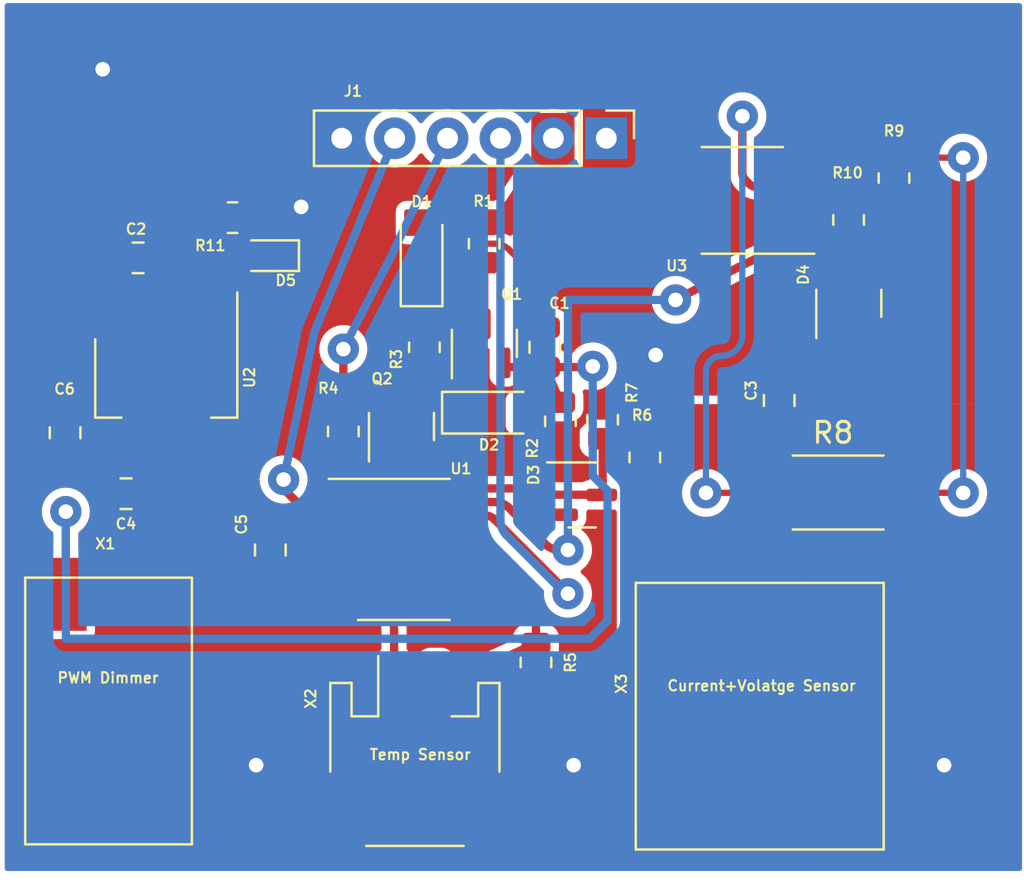
<source format=kicad_pcb>
(kicad_pcb (version 20211014) (generator pcbnew)
  (layers (0 "F.Cu" signal) (31 "B.Cu" signal) (34 "B.Paste" user) (35 "F.Paste" user) (36 "B.SilkS" user "B.Silkscreen") (37 "F.SilkS" user "F.Silkscreen") (38 "B.Mask" user) (39 "F.Mask" user) (44 "Edge.Cuts" user))
  (net 0 "")
  (net 1 "Net-(C1-Pad1)")
  (net 2 "Net-(C1-Pad2)")
  (net 3 "12V")
  (net 4 "R_SENSE")
  (net 5 "5V")
  (net 6 "Net-(C5-Pad2)")
  (net 7 "10V")
  (net 8 "Net-(D2-Pad1)")
  (net 10 "C_SENSOR")
  (net 11 "PMW_OUT")
  (net 12 "RESET")
  (net 13 "SWIM")
  (net 14 "Net-(Q1-Pad3)")
  (net 15 "TEMP_SENSOR")
  (net 16 "LED+")
  (net 17 "V_SENSOR")
  (net 18 "Net-(R10-Pad1)")
  (net 31 "Net-(D5-Pad2)")
  (net 32 "LED-")
  (net 33 "/+")
  (net 34 "/-")
  (footprint "Package_TO_SOT_SMD:SOT-23" (layer "F.Cu") (at 145.44 93.71)
    (fp_text reference "D3" (at -2.33 -0.96 90) (layer "F.SilkS") (effects (font (size 0.5 0.5) (thickness 0.1))))
    (fp_text value "BZX84Cxx")
    (fp_line (start 0 1.56) (end 0.65 1.56) (layer "F.SilkS") (width 0.12))
    (fp_line (start 0 -1.56) (end 0.65 -1.56) (layer "F.SilkS") (width 0.12))
    (fp_line (start 0 1.56) (end -0.65 1.56) (layer "F.SilkS") (width 0.12))
    (fp_line (start 0 -1.56) (end -1.675 -1.56) (layer "F.SilkS") (width 0.12))
    (pad "1" smd roundrect (at -0.9375 -0.95) (size 1.475 0.6) (layers "F.Cu" "F.Paste" "F.Mask") (net 32 "LED-"))
    (pad "2" smd roundrect (at -0.9375 0.95) (size 1.475 0.6) (layers "F.Cu" "F.Paste" "F.Mask"))
    (pad "3" smd roundrect (at 0.9375 0) (size 1.475 0.6) (layers "F.Cu" "F.Paste" "F.Mask") (net 17 "V_SENSOR"))
  )
  (footprint "Resistor_SMD:R_0805_2012Metric" (layer "F.Cu") (at 143.225 101.75 -90)
    (fp_text reference "R5" (at 0 -1.65 -90) (layer "F.SilkS") (effects (font (size 0.5 0.5) (thickness 0.1))))
    (fp_text value "22k")
    (fp_line (start -0.227064 0.735) (end 0.227064 0.735) (layer "F.SilkS") (width 0.12))
    (fp_line (start -0.227064 -0.735) (end 0.227064 -0.735) (layer "F.SilkS") (width 0.12))
    (pad "1" smd roundrect (at -0.9125 0 270) (size 1.025 1.4) (layers "F.Cu" "F.Paste" "F.Mask") (roundrect_rratio 0.243902) (net 15 "TEMP_SENSOR"))
    (pad "2" smd roundrect (at 0.9125 0 270) (size 1.025 1.4) (layers "F.Cu" "F.Paste" "F.Mask") (roundrect_rratio 0.243902) (net 32 "LED-"))
  )
  (footprint "Connector_JST:JST_PH_S2B-PH-SM4-TB_1x02-1MP_P2.00mm_Horizontal" (layer "F.Cu") (at 137.414 106.045)
    (fp_text reference "X2" (at -5.001 -2.564 90) (layer "F.SilkS") (effects (font (size 0.5 0.5) (thickness 0.1))))
    (fp_text value "PH2.0_horizontal")
    (fp_line (start -2.34 4.51) (end 2.34 4.51) (layer "F.SilkS") (width 0.12))
    (fp_line (start -3.04 -1.71) (end -1.76 -1.71) (layer "F.SilkS") (width 0.12))
    (fp_line (start 4.06 -3.31) (end 3.04 -3.31) (layer "F.SilkS") (width 0.12))
    (fp_line (start -4.06 0.94) (end -4.06 -3.31) (layer "F.SilkS") (width 0.12))
    (fp_line (start -4.06 -3.31) (end -3.04 -3.31) (layer "F.SilkS") (width 0.12))
    (fp_line (start -3.04 -3.31) (end -3.04 -1.71) (layer "F.SilkS") (width 0.12))
    (fp_line (start 4.06 0.94) (end 4.06 -3.31) (layer "F.SilkS") (width 0.12))
    (fp_line (start -1.76 -1.71) (end -1.76 -4.6) (layer "F.SilkS") (width 0.12))
    (fp_line (start 3.04 -1.71) (end 1.76 -1.71) (layer "F.SilkS") (width 0.12))
    (fp_line (start 3.04 -3.31) (end 3.04 -1.71) (layer "F.SilkS") (width 0.12))
    (pad "1" smd roundrect (at -1 -2.85) (size 1 3.5) (layers "F.Cu" "F.Paste" "F.Mask") (net 5 "5V"))
    (pad "2" smd roundrect (at 1 -2.85) (size 1 3.5) (layers "F.Cu" "F.Paste" "F.Mask") (net 15 "TEMP_SENSOR"))
    (pad "MP" smd roundrect (at -3.35 2.9) (size 1.5 3.4) (layers "F.Cu" "F.Paste" "F.Mask") (roundrect_rratio 0.166667))
    (pad "MP" smd roundrect (at 3.35 2.9) (size 1.5 3.4) (layers "F.Cu" "F.Paste" "F.Mask") (roundrect_rratio 0.166667))
  )
  (footprint "Resistor_SMD:R_0805_2012Metric" (layer "F.Cu") (at 133.98 90.665 90)
    (fp_text reference "R4" (at 2.075 -0.72) (layer "F.SilkS") (effects (font (size 0.5 0.5) (thickness 0.1))))
    (fp_text value "1M")
    (fp_line (start -0.227064 -0.735) (end 0.227064 -0.735) (layer "F.SilkS") (width 0.12))
    (fp_line (start -0.227064 0.735) (end 0.227064 0.735) (layer "F.SilkS") (width 0.12))
    (pad "1" smd roundrect (at -0.9125 0 90) (size 1.025 1.4) (layers "F.Cu" "F.Paste" "F.Mask") (roundrect_rratio 0.243902) (net 32 "LED-"))
    (pad "2" smd roundrect (at 0.9125 0 90) (size 1.025 1.4) (layers "F.Cu" "F.Paste" "F.Mask") (roundrect_rratio 0.243902) (net 11 "PMW_OUT"))
  )
  (footprint "Package_SO:TSSOP-20_4.4x6.5mm_P0.65mm" (layer "F.Cu") (at 136.881 96.324)
    (fp_text reference "U1" (at 2.744 -3.874) (layer "F.SilkS") (effects (font (size 0.5 0.5) (thickness 0.1))))
    (fp_text value "STM8S003F3P")
    (fp_line (start 0 3.385) (end -2.2 3.385) (layer "F.SilkS") (width 0.12))
    (fp_line (start 0 -3.385) (end 2.2 -3.385) (layer "F.SilkS") (width 0.12))
    (fp_line (start 0 -3.385) (end -3.6 -3.385) (layer "F.SilkS") (width 0.12))
    (fp_line (start 0 3.385) (end 2.2 3.385) (layer "F.SilkS") (width 0.12))
    (pad "1" smd roundrect (at -2.8625 -2.925) (size 1.475 0.4) (layers "F.Cu" "F.Paste" "F.Mask"))
    (pad "2" smd roundrect (at -2.8625 -2.275) (size 1.475 0.4) (layers "F.Cu" "F.Paste" "F.Mask"))
    (pad "3" smd roundrect (at -2.8625 -1.625) (size 1.475 0.4) (layers "F.Cu" "F.Paste" "F.Mask"))
    (pad "4" smd roundrect (at -2.8625 -0.975) (size 1.475 0.4) (layers "F.Cu" "F.Paste" "F.Mask") (net 12 "RESET"))
    (pad "5" smd roundrect (at -2.8625 -0.325) (size 1.475 0.4) (layers "F.Cu" "F.Paste" "F.Mask"))
    (pad "6" smd roundrect (at -2.8625 0.325) (size 1.475 0.4) (layers "F.Cu" "F.Paste" "F.Mask"))
    (pad "7" smd roundrect (at -2.8625 0.975) (size 1.475 0.4) (layers "F.Cu" "F.Paste" "F.Mask") (net 32 "LED-"))
    (pad "8" smd roundrect (at -2.8625 1.625) (size 1.475 0.4) (layers "F.Cu" "F.Paste" "F.Mask") (net 6 "Net-(C5-Pad2)"))
    (pad "9" smd roundrect (at -2.8625 2.275) (size 1.475 0.4) (layers "F.Cu" "F.Paste" "F.Mask") (net 5 "5V"))
    (pad "10" smd roundrect (at -2.8625 2.925) (size 1.475 0.4) (layers "F.Cu" "F.Paste" "F.Mask"))
    (pad "11" smd roundrect (at 2.8625 2.925) (size 1.475 0.4) (layers "F.Cu" "F.Paste" "F.Mask"))
    (pad "12" smd roundrect (at 2.8625 2.275) (size 1.475 0.4) (layers "F.Cu" "F.Paste" "F.Mask"))
    (pad "13" smd roundrect (at 2.8625 1.625) (size 1.475 0.4) (layers "F.Cu" "F.Paste" "F.Mask") (net 11 "PMW_OUT"))
    (pad "14" smd roundrect (at 2.8625 0.975) (size 1.475 0.4) (layers "F.Cu" "F.Paste" "F.Mask") (net 15 "TEMP_SENSOR"))
    (pad "15" smd roundrect (at 2.8625 0.325) (size 1.475 0.4) (layers "F.Cu" "F.Paste" "F.Mask"))
    (pad "16" smd roundrect (at 2.8625 -0.325) (size 1.475 0.4) (layers "F.Cu" "F.Paste" "F.Mask"))
    (pad "17" smd roundrect (at 2.8625 -0.975) (size 1.475 0.4) (layers "F.Cu" "F.Paste" "F.Mask"))
    (pad "18" smd roundrect (at 2.8625 -1.625) (size 1.475 0.4) (layers "F.Cu" "F.Paste" "F.Mask") (net 13 "SWIM"))
    (pad "19" smd roundrect (at 2.8625 -2.275) (size 1.475 0.4) (layers "F.Cu" "F.Paste" "F.Mask") (net 10 "C_SENSOR"))
    (pad "20" smd roundrect (at 2.8625 -2.925) (size 1.475 0.4) (layers "F.Cu" "F.Paste" "F.Mask") (net 17 "V_SENSOR"))
  )
  (footprint "Package_TO_SOT_SMD:SOT-223-3_TabPin2" (layer "F.Cu") (at 125.48 88.09 -90)
    (fp_text reference "U2" (at -0.015 -3.995 90) (layer "F.SilkS") (effects (font (size 0.5 0.5) (thickness 0.1))))
    (fp_text value "AMS1117-5.0")
    (fp_line (start 1.91 -3.41) (end 1.91 -2.15) (layer "F.SilkS") (width 0.12))
    (fp_line (start -4.1 -3.41) (end 1.91 -3.41) (layer "F.SilkS") (width 0.12))
    (fp_line (start -1.85 3.41) (end 1.91 3.41) (layer "F.SilkS") (width 0.12))
    (fp_line (start 1.91 3.41) (end 1.91 2.15) (layer "F.SilkS") (width 0.12))
    (pad "1" smd rect (at -3.15 -2.3 270) (size 2 1.5) (layers "F.Cu" "F.Paste" "F.Mask") (net 32 "LED-"))
    (pad "2" smd rect (at 3.15 0 270) (size 2 3.8) (layers "F.Cu" "F.Paste" "F.Mask") (net 5 "5V"))
    (pad "2" smd rect (at -3.15 0 270) (size 2 1.5) (layers "F.Cu" "F.Paste" "F.Mask") (net 5 "5V"))
    (pad "3" smd rect (at -3.15 2.3 270) (size 2 1.5) (layers "F.Cu" "F.Paste" "F.Mask") (net 3 "12V"))
  )
  (footprint "Capacitor_SMD:C_0805_2012Metric" (layer "F.Cu") (at 130.475 96.35 -90)
    (fp_text reference "C5" (at -1.23 1.39 90) (layer "F.SilkS") (effects (font (size 0.5 0.5) (thickness 0.1))))
    (fp_text value "C")
    (fp_line (start -0.261252 -0.735) (end 0.261252 -0.735) (layer "F.SilkS") (width 0.12))
    (fp_line (start -0.261252 0.735) (end 0.261252 0.735) (layer "F.SilkS") (width 0.12))
    (pad "1" smd roundrect (at -0.95 0 270) (size 1 1.45) (layers "F.Cu" "F.Paste" "F.Mask") (net 32 "LED-"))
    (pad "2" smd roundrect (at 0.95 0 270) (size 1 1.45) (layers "F.Cu" "F.Paste" "F.Mask") (net 6 "Net-(C5-Pad2)"))
  )
  (footprint "Capacitor_SMD:C_0805_2012Metric" (layer "F.Cu") (at 124.13 82.33)
    (fp_text reference "C2" (at -0.1 -1.38) (layer "F.SilkS") (effects (font (size 0.5 0.5) (thickness 0.1))))
    (fp_text value "10uF")
    (fp_line (start -0.261252 0.735) (end 0.261252 0.735) (layer "F.SilkS") (width 0.12))
    (fp_line (start -0.261252 -0.735) (end 0.261252 -0.735) (layer "F.SilkS") (width 0.12))
    (pad "1" smd roundrect (at -0.95 0) (size 1 1.45) (layers "F.Cu" "F.Paste" "F.Mask") (net 3 "12V"))
    (pad "2" smd roundrect (at 0.95 0) (size 1 1.45) (layers "F.Cu" "F.Paste" "F.Mask") (net 32 "LED-"))
  )
  (footprint "Capacitor_SMD:C_0805_2012Metric" (layer "F.Cu") (at 120.625 90.725 90)
    (fp_text reference "C6" (at 2.1 -0.025 180) (layer "F.SilkS") (effects (font (size 0.5 0.5) (thickness 0.1))))
    (fp_text value "10uF")
    (fp_line (start -0.261252 -0.735) (end 0.261252 -0.735) (layer "F.SilkS") (width 0.12))
    (fp_line (start -0.261252 0.735) (end 0.261252 0.735) (layer "F.SilkS") (width 0.12))
    (pad "1" smd roundrect (at -0.95 0 90) (size 1 1.45) (layers "F.Cu" "F.Paste" "F.Mask") (net 5 "5V"))
    (pad "2" smd roundrect (at 0.95 0 90) (size 1 1.45) (layers "F.Cu" "F.Paste" "F.Mask") (net 32 "LED-"))
  )
  (footprint "Resistor_SMD:R_0805_2012Metric" (layer "F.Cu") (at 144.4 90.175 -90)
    (fp_text reference "R2" (at 1.295 1.35 90) (layer "F.SilkS") (effects (font (size 0.5 0.5) (thickness 0.1))))
    (fp_text value "1M")
    (fp_line (start -0.227064 0.735) (end 0.227064 0.735) (layer "F.SilkS") (width 0.12))
    (fp_line (start -0.227064 -0.735) (end 0.227064 -0.735) (layer "F.SilkS") (width 0.12))
    (pad "1" smd roundrect (at -0.9125 0 270) (size 1.025 1.4) (layers "F.Cu" "F.Paste" "F.Mask") (roundrect_rratio 0.243902) (net 2 "Net-(C1-Pad2)"))
    (pad "2" smd roundrect (at 0.9125 0 270) (size 1.025 1.4) (layers "F.Cu" "F.Paste" "F.Mask") (roundrect_rratio 0.243902) (net 32 "LED-"))
  )
  (footprint "Resistor_SMD:R_0805_2012Metric" (layer "F.Cu") (at 128.6625 80.4)
    (fp_text reference "R11" (at -1.07 1.34) (layer "F.SilkS") (effects (font (size 0.5 0.5) (thickness 0.1))))
    (fp_text value "1k")
    (fp_line (start -0.227064 -0.735) (end 0.227064 -0.735) (layer "F.SilkS") (width 0.12))
    (fp_line (start -0.227064 0.735) (end 0.227064 0.735) (layer "F.SilkS") (width 0.12))
    (pad "1" smd roundrect (at -0.9125 0) (size 1.025 1.4) (layers "F.Cu" "F.Paste" "F.Mask") (roundrect_rratio 0.243902) (net 5 "5V"))
    (pad "2" smd roundrect (at 0.9125 0) (size 1.025 1.4) (layers "F.Cu" "F.Paste" "F.Mask") (roundrect_rratio 0.243902) (net 31 "Net-(D5-Pad2)"))
  )
  (footprint "Capacitor_SMD:C_0805_2012Metric" (layer "F.Cu") (at 143.65 86.625 -90)
    (fp_text reference "C1" (at -2.115 -0.7 180) (layer "F.SilkS") (effects (font (size 0.5 0.5) (thickness 0.1))))
    (fp_text value "10uF")
    (fp_line (start -0.261252 0.735) (end 0.261252 0.735) (layer "F.SilkS") (width 0.12))
    (fp_line (start -0.261252 -0.735) (end 0.261252 -0.735) (layer "F.SilkS") (width 0.12))
    (pad "1" smd roundrect (at -0.95 0 270) (size 1 1.45) (layers "F.Cu" "F.Paste" "F.Mask") (net 1 "Net-(C1-Pad1)"))
    (pad "2" smd roundrect (at 0.95 0 270) (size 1 1.45) (layers "F.Cu" "F.Paste" "F.Mask") (net 2 "Net-(C1-Pad2)"))
  )
  (footprint "Custom_footprint_lib:SMD2063" (layer "F.Cu") (at 154.0256 102.7684 90)
    (fp_text reference "X3" (at 0 -6.7056 90) (layer "F.SilkS") (effects (font (size 0.5 0.5) (thickness 0.1))))
    (fp_text value "SMD2063")
    (fp_line (start -7.96 5.89) (end -7.76 5.89) (layer "F.SilkS") (width 0.12))
    (fp_line (start -7.06 -6.01) (end -7.96 -6.01) (layer "F.SilkS") (width 0.12))
    (fp_line (start 4.84 -6.01) (end -7.06 -6.01) (layer "F.SilkS") (width 0.12))
    (fp_line (start 4.84 1.99) (end 4.84 5.89) (layer "F.SilkS") (width 0.12))
    (fp_line (start -7.96 -6.01) (end -7.96 1.99) (layer "F.SilkS") (width 0.12))
    (fp_line (start 4.84 1.99) (end 4.84 -6.01) (layer "F.SilkS") (width 0.12))
    (fp_line (start 4.09 5.89) (end -7.81 5.89) (layer "F.SilkS") (width 0.12))
    (fp_line (start -7.96 1.99) (end -7.96 5.89) (layer "F.SilkS") (width 0.12))
    (fp_line (start 4.09 5.89) (end 4.84 5.89) (layer "F.SilkS") (width 0.12))
    (pad "" smd rect (at -5.21 -4.06 90) (size 6 2) (layers "F.Cu" "F.Paste" "F.Mask"))
    (pad "" smd rect (at -5.21 3.94 90) (size 6 2) (layers "F.Cu" "F.Paste" "F.Mask"))
    (pad "" smd rect (at -5.21 -0.06 90) (size 6 2) (layers "F.Cu" "F.Paste" "F.Mask"))
    (pad "1" smd rect (at 4.04 -4.06 90) (size 3.5 2) (layers "F.Cu" "F.Paste" "F.Mask") (net 16 "LED+"))
    (pad "2" smd rect (at 4.04 -0.06 90) (size 3.5 2) (layers "F.Cu" "F.Paste" "F.Mask") (net 4 "R_SENSE"))
    (pad "3" smd rect (at 4.04 3.94 90) (size 3.5 2) (layers "F.Cu" "F.Paste" "F.Mask") (net 32 "LED-"))
  )
  (footprint "Custom_footprint_lib:LEDSMD2062" (layer "F.Cu") (at 122.57 103.33 90)
    (fp_text reference "X1" (at 7.275 -0.013 180) (layer "F.SilkS") (effects (font (size 0.5 0.5) (thickness 0.1))))
    (fp_text value "SMD_2062")
    (fp_line (start -7.15 -3.86) (end -7.15 4.14) (layer "F.SilkS") (width 0.12))
    (fp_line (start -7.15 4.14) (end 5.65 4.14) (layer "F.SilkS") (width 0.12))
    (fp_line (start 5.65 -3.86) (end -6.25 -3.86) (layer "F.SilkS") (width 0.12))
    (fp_line (start -6.25 -3.86) (end -7.15 -3.86) (layer "F.SilkS") (width 0.12))
    (fp_line (start 5.65 4.14) (end 5.65 -3.86) (layer "F.SilkS") (width 0.12))
    (pad "" smd rect (at -4.4 -1.91 90) (size 6 2) (layers "F.Cu" "F.Paste" "F.Mask"))
    (pad "" smd rect (at -4.4 2.09 90) (size 6 2) (layers "F.Cu" "F.Paste" "F.Mask"))
    (pad "1" smd rect (at 4.85 -1.91 90) (size 3.5 2) (layers "F.Cu" "F.Paste" "F.Mask") (net 2 "Net-(C1-Pad2)"))
    (pad "2" smd rect (at 4.85 2.09 90) (size 3.5 2) (layers "F.Cu" "F.Paste" "F.Mask") (net 32 "LED-"))
  )
  (footprint "LED_SMD:LED_0603_1608Metric" (layer "F.Cu") (at 130.3625 82.225 180)
    (fp_text reference "D5" (at -0.85 -1.19) (layer "F.SilkS") (effects (font (size 0.5 0.5) (thickness 0.1))))
    (fp_text value "LED")
    (fp_line (start -1.485 -0.735) (end -1.485 0.735) (layer "F.SilkS") (width 0.12))
    (fp_line (start 0.8 -0.735) (end -1.485 -0.735) (layer "F.SilkS") (width 0.12))
    (fp_line (start -1.485 0.735) (end 0.8 0.735) (layer "F.SilkS") (width 0.12))
    (pad "1" smd roundrect (at -0.7875 0 180) (size 0.875 0.95) (layers "F.Cu" "F.Paste" "F.Mask") (net 32 "LED-"))
    (pad "2" smd roundrect (at 0.7875 0 180) (size 0.875 0.95) (layers "F.Cu" "F.Paste" "F.Mask") (net 31 "Net-(D5-Pad2)"))
  )
  (footprint "Resistor_SMD:R_0805_2012Metric_Pad1.20x1.40mm_HandSolder" (layer "F.Cu") (at 158.23 80.51 -90)
    (fp_text reference "R10" (at -2.26 0.05) (layer "F.SilkS") (effects (font (size 0.5 0.5) (thickness 0.1))))
    (fp_text value "329.3K")
    (fp_line (start -0.227064 0.735) (end 0.227064 0.735) (layer "F.SilkS") (width 0.12))
    (fp_line (start -0.227064 -0.735) (end 0.227064 -0.735) (layer "F.SilkS") (width 0.12))
    (pad "1" smd roundrect (at -1 0 270) (size 1.2 1.4) (layers "F.Cu" "F.Paste" "F.Mask") (roundrect_rratio 0.208333) (net 18 "Net-(R10-Pad1)"))
    (pad "2" smd roundrect (at 1 0 270) (size 1.2 1.4) (layers "F.Cu" "F.Paste" "F.Mask") (roundrect_rratio 0.208333) (net 10 "C_SENSOR"))
  )
  (footprint "Resistor_SMD:R_0805_2012Metric" (layer "F.Cu") (at 146.425 90.1 90)
    (fp_text reference "R7" (at 1.29 1.405 90) (layer "F.SilkS") (effects (font (size 0.5 0.5) (thickness 0.1))))
    (fp_text value "10k")
    (fp_line (start -0.227064 0.735) (end 0.227064 0.735) (layer "F.SilkS") (width 0.12))
    (fp_line (start -0.227064 -0.735) (end 0.227064 -0.735) (layer "F.SilkS") (width 0.12))
    (pad "1" smd roundrect (at -0.9125 0 90) (size 1.025 1.4) (layers "F.Cu" "F.Paste" "F.Mask") (roundrect_rratio 0.243902) (net 17 "V_SENSOR"))
    (pad "2" smd roundrect (at 0.9125 0 90) (size 1.025 1.4) (layers "F.Cu" "F.Paste" "F.Mask") (roundrect_rratio 0.243902) (net 32 "LED-"))
  )
  (footprint "Diode_SMD:D_SOD-123" (layer "F.Cu") (at 140.97 89.7636)
    (fp_text reference "D2" (at 0 1.545) (layer "F.SilkS") (effects (font (size 0.5 0.5) (thickness 0.1))))
    (fp_text value "1N4148W")
    (fp_line (start -2.25 -1) (end -2.25 1) (layer "F.SilkS") (width 0.12))
    (fp_line (start -2.25 -1) (end 1.65 -1) (layer "F.SilkS") (width 0.12))
    (fp_line (start -2.25 1) (end 1.65 1) (layer "F.SilkS") (width 0.12))
    (pad "1" smd rect (at -1.65 0) (size 0.9 1.2) (layers "F.Cu" "F.Paste" "F.Mask") (net 8 "Net-(D2-Pad1)"))
    (pad "2" smd rect (at 1.65 0) (size 0.9 1.2) (layers "F.Cu" "F.Paste" "F.Mask") (net 2 "Net-(C1-Pad2)"))
  )
  (footprint "Resistor_SMD:R_0805_2012Metric" (layer "F.Cu") (at 140.74 81.65 -90)
    (fp_text reference "R1" (at -2.04 0.03 180) (layer "F.SilkS") (effects (font (size 0.5 0.5) (thickness 0.1))))
    (fp_text value "470")
    (fp_line (start -0.227064 0.735) (end 0.227064 0.735) (layer "F.SilkS") (width 0.12))
    (fp_line (start -0.227064 -0.735) (end 0.227064 -0.735) (layer "F.SilkS") (width 0.12))
    (pad "1" smd roundrect (at -0.9125 0 270) (size 1.025 1.4) (layers "F.Cu" "F.Paste" "F.Mask") (roundrect_rratio 0.243902) (net 7 "10V"))
    (pad "2" smd roundrect (at 0.9125 0 270) (size 1.025 1.4) (layers "F.Cu" "F.Paste" "F.Mask") (roundrect_rratio 0.243902) (net 14 "Net-(Q1-Pad3)"))
  )
  (footprint "Resistor_SMD:R_0805_2012Metric_Pad1.20x1.40mm_HandSolder" (layer "F.Cu") (at 160.41 78.5 90)
    (fp_text reference "R9" (at 2.26 0 180) (layer "F.SilkS") (effects (font (size 0.5 0.5) (thickness 0.1))))
    (fp_text value "1.977K")
    (fp_line (start -0.227064 -0.735) (end 0.227064 -0.735) (layer "F.SilkS") (width 0.12))
    (fp_line (start -0.227064 0.735) (end 0.227064 0.735) (layer "F.SilkS") (width 0.12))
    (pad "1" smd roundrect (at -1 0 90) (size 1.2 1.4) (layers "F.Cu" "F.Paste" "F.Mask") (roundrect_rratio 0.208333) (net 18 "Net-(R10-Pad1)"))
    (pad "2" smd roundrect (at 1 0 90) (size 1.2 1.4) (layers "F.Cu" "F.Paste" "F.Mask") (roundrect_rratio 0.208333) (net 34 "/-"))
  )
  (footprint "Resistor_SMD:R_1210_RSENSEMetric" (layer "F.Cu") (at 157.48 93.62)
    (fp_text reference "R8" (at 0 -2.8956) (layer "F.SilkS"))
    (fp_text value "0.01")
    (fp_line (start -1.927064 -1.8) (end 2.427064 -1.8) (layer "F.SilkS") (width 0.12))
    (fp_line (start -1.927064 1.75) (end 2.427064 1.75) (layer "F.SilkS") (width 0.12))
    (pad "1" smd rect (at 2.57 -1.07) (size 3.4 1.2) (layers "F.Cu" "F.Paste" "F.Mask") (net 32 "LED-"))
    (pad "1" smd rect (at 2.57 1.04) (size 3.4 1.2) (layers "F.Cu" "F.Paste" "F.Mask") (net 32 "LED-"))
    (pad "2" smd rect (at -2.43 1.04) (size 3.4 1.2) (layers "F.Cu" "F.Paste" "F.Mask") (net 4 "R_SENSE"))
    (pad "2" smd rect (at -2.43 -1.07) (size 3.4 1.2) (layers "F.Cu" "F.Paste" "F.Mask") (net 4 "R_SENSE"))
    (pad "3" smd rect (at 2.57 -0.0132) (size 3.4 0.3) (layers "F.Cu" "F.Paste" "F.Mask") (net 34 "/-"))
    (pad "4" smd rect (at -2.43 -0.0132) (size 3.4 0.3) (layers "F.Cu" "F.Paste" "F.Mask") (net 33 "/+"))
  )
  (footprint "Package_TO_SOT_SMD:SOT-23" (layer "F.Cu") (at 140.75 86.435 90)
    (fp_text reference "Q1" (at 2.36 1.31) (layer "F.SilkS") (effects (font (size 0.5 0.5) (thickness 0.1))))
    (fp_text value "BSS138")
    (fp_line (start 0 1.56) (end 0.65 1.56) (layer "F.SilkS") (width 0.12))
    (fp_line (start 0 1.56) (end -0.65 1.56) (layer "F.SilkS") (width 0.12))
    (fp_line (start 0 -1.56) (end -1.675 -1.56) (layer "F.SilkS") (width 0.12))
    (fp_line (start 0 -1.56) (end 0.65 -1.56) (layer "F.SilkS") (width 0.12))
    (pad "1" smd roundrect (at -0.9375 -0.95 90) (size 1.475 0.6) (layers "F.Cu" "F.Paste" "F.Mask") (net 8 "Net-(D2-Pad1)"))
    (pad "2" smd roundrect (at -0.9375 0.95 90) (size 1.475 0.6) (layers "F.Cu" "F.Paste" "F.Mask") (net 2 "Net-(C1-Pad2)"))
    (pad "3" smd roundrect (at 0.9375 0 90) (size 1.475 0.6) (layers "F.Cu" "F.Paste" "F.Mask") (net 14 "Net-(Q1-Pad3)"))
  )
  (footprint "Package_SO:SOIC-8_3.9x4.9mm_P1.27mm" (layer "F.Cu") (at 153.1308 79.5716 180)
    (fp_text reference "U3" (at 3.15 -3.14) (layer "F.SilkS") (effects (font (size 0.5 0.5) (thickness 0.1))))
    (fp_text value "LM358")
    (fp_line (start 0 -2.56) (end 1.95 -2.56) (layer "F.SilkS") (width 0.12))
    (fp_line (start 0 2.56) (end -1.95 2.56) (layer "F.SilkS") (width 0.12))
    (fp_line (start 0 -2.56) (end -3.45 -2.56) (layer "F.SilkS") (width 0.12))
    (fp_line (start 0 2.56) (end 1.95 2.56) (layer "F.SilkS") (width 0.12))
    (pad "1" smd roundrect (at -2.475 -1.905 180) (size 1.95 0.6) (layers "F.Cu" "F.Paste" "F.Mask") (net 10 "C_SENSOR"))
    (pad "2" smd roundrect (at -2.475 -0.635 180) (size 1.95 0.6) (layers "F.Cu" "F.Paste" "F.Mask") (net 18 "Net-(R10-Pad1)"))
    (pad "3" smd roundrect (at -2.475 0.635 180) (size 1.95 0.6) (layers "F.Cu" "F.Paste" "F.Mask") (net 33 "/+"))
    (pad "4" smd roundrect (at -2.475 1.905 180) (size 1.95 0.6) (layers "F.Cu" "F.Paste" "F.Mask") (net 32 "LED-"))
    (pad "5" smd roundrect (at 2.475 1.905 180) (size 1.95 0.6) (layers "F.Cu" "F.Paste" "F.Mask"))
    (pad "6" smd roundrect (at 2.475 0.635 180) (size 1.95 0.6) (layers "F.Cu" "F.Paste" "F.Mask"))
    (pad "7" smd roundrect (at 2.475 -0.635 180) (size 1.95 0.6) (layers "F.Cu" "F.Paste" "F.Mask"))
    (pad "8" smd roundrect (at 2.475 -1.905 180) (size 1.95 0.6) (layers "F.Cu" "F.Paste" "F.Mask") (net 3 "12V"))
  )
  (footprint "Resistor_SMD:R_0805_2012Metric" (layer "F.Cu") (at 148.45 91.91 90)
    (fp_text reference "R6" (at 2.03 -0.13 180) (layer "F.SilkS") (effects (font (size 0.5 0.5) (thickness 0.1))))
    (fp_text value "150k")
    (fp_line (start -0.227064 -0.735) (end 0.227064 -0.735) (layer "F.SilkS") (width 0.12))
    (fp_line (start -0.227064 0.735) (end 0.227064 0.735) (layer "F.SilkS") (width 0.12))
    (pad "1" smd roundrect (at -0.9125 0 90) (size 1.025 1.4) (layers "F.Cu" "F.Paste" "F.Mask") (roundrect_rratio 0.243902) (net 16 "LED+"))
    (pad "2" smd roundrect (at 0.9125 0 90) (size 1.025 1.4) (layers "F.Cu" "F.Paste" "F.Mask") (roundrect_rratio 0.243902) (net 17 "V_SENSOR"))
  )
  (footprint "Connector_PinHeader_2.54mm:PinHeader_1x06_P2.54mm_Vertical" (layer "F.Cu") (at 146.6 76.59 -90)
    (fp_text reference "J1" (at -2.26 12.16) (layer "F.SilkS") (effects (font (size 0.5 0.5) (thickness 0.1))))
    (fp_text value "conn_male_6")
    (fp_line (start -1.33 14.03) (end 1.33 14.03) (layer "F.SilkS") (width 0.12))
    (fp_line (start -1.33 -1.33) (end 0 -1.33) (layer "F.SilkS") (width 0.12))
    (fp_line (start 1.33 1.27) (end 1.33 14.03) (layer "F.SilkS") (width 0.12))
    (fp_line (start -1.33 1.27) (end 1.33 1.27) (layer "F.SilkS") (width 0.12))
    (fp_line (start -1.33 0) (end -1.33 -1.33) (layer "F.SilkS") (width 0.12))
    (fp_line (start -1.33 1.27) (end -1.33 14.03) (layer "F.SilkS") (width 0.12))
    (pad "1" thru_hole rect (at 0 0 270) (size 2 2) (drill 1) (layers *.Cu *.Mask) (net 3 "12V"))
    (pad "2" thru_hole oval (at 0 2.54 270) (size 2 2) (drill 1) (layers *.Cu *.Mask) (net 7 "10V"))
    (pad "3" thru_hole oval (at 0 5.08 270) (size 2 2) (drill 1) (layers *.Cu *.Mask) (net 13 "SWIM"))
    (pad "4" thru_hole oval (at 0 7.62 270) (size 2 2) (drill 1) (layers *.Cu *.Mask) (net 11 "PMW_OUT"))
    (pad "5" thru_hole oval (at 0 10.16 270) (size 2 2) (drill 1) (layers *.Cu *.Mask) (net 12 "RESET"))
    (pad "6" thru_hole oval (at 0 12.7 270) (size 2 2) (drill 1) (layers *.Cu *.Mask) (net 32 "LED-"))
  )
  (footprint "Resistor_SMD:R_0805_2012Metric" (layer "F.Cu") (at 137.87 86.625 -90)
    (fp_text reference "R3" (at 0.575 1.345 -90) (layer "F.SilkS") (effects (font (size 0.5 0.5) (thickness 0.1))))
    (fp_text value "2k")
    (fp_line (start -0.227064 0.735) (end 0.227064 0.735) (layer "F.SilkS") (width 0.12))
    (fp_line (start -0.227064 -0.735) (end 0.227064 -0.735) (layer "F.SilkS") (width 0.12))
    (pad "1" smd roundrect (at -0.9125 0 270) (size 1.025 1.4) (layers "F.Cu" "F.Paste" "F.Mask") (roundrect_rratio 0.243902) (net 1 "Net-(C1-Pad1)"))
    (pad "2" smd roundrect (at 0.9125 0 270) (size 1.025 1.4) (layers "F.Cu" "F.Paste" "F.Mask") (roundrect_rratio 0.243902) (net 8 "Net-(D2-Pad1)"))
  )
  (footprint "Capacitor_SMD:C_0805_2012Metric" (layer "F.Cu") (at 123.55 93.65 180)
    (fp_text reference "C4" (at 0.005 -1.45) (layer "F.SilkS") (effects (font (size 0.5 0.5) (thickness 0.1))))
    (fp_text value "C")
    (fp_line (start -0.261252 0.735) (end 0.261252 0.735) (layer "F.SilkS") (width 0.12))
    (fp_line (start -0.261252 -0.735) (end 0.261252 -0.735) (layer "F.SilkS") (width 0.12))
    (pad "1" smd roundrect (at -0.95 0 180) (size 1 1.45) (layers "F.Cu" "F.Paste" "F.Mask") (net 5 "5V"))
    (pad "2" smd roundrect (at 0.95 0 180) (size 1 1.45) (layers "F.Cu" "F.Paste" "F.Mask") (net 32 "LED-"))
  )
  (footprint "Package_TO_SOT_SMD:SOT-23" (layer "F.Cu") (at 136.77 90.425 90)
    (fp_text reference "Q2" (at 2.29 -0.93) (layer "F.SilkS") (effects (font (size 0.5 0.5) (thickness 0.1))))
    (fp_text value "BSS138")
    (fp_line (start 0 -1.56) (end -1.675 -1.56) (layer "F.SilkS") (width 0.12))
    (fp_line (start 0 1.56) (end -0.65 1.56) (layer "F.SilkS") (width 0.12))
    (fp_line (start 0 1.56) (end 0.65 1.56) (layer "F.SilkS") (width 0.12))
    (fp_line (start 0 -1.56) (end 0.65 -1.56) (layer "F.SilkS") (width 0.12))
    (pad "1" smd roundrect (at -0.9375 -0.95 90) (size 1.475 0.6) (layers "F.Cu" "F.Paste" "F.Mask") (net 11 "PMW_OUT"))
    (pad "2" smd roundrect (at -0.9375 0.95 90) (size 1.475 0.6) (layers "F.Cu" "F.Paste" "F.Mask") (net 32 "LED-"))
    (pad "3" smd roundrect (at 0.9375 0 90) (size 1.475 0.6) (layers "F.Cu" "F.Paste" "F.Mask") (net 8 "Net-(D2-Pad1)"))
  )
  (footprint "Diode_SMD:D_SOD-123" (layer "F.Cu") (at 137.735 82.4 90)
    (fp_text reference "D1" (at 2.77 0) (layer "F.SilkS") (effects (font (size 0.5 0.5) (thickness 0.1))))
    (fp_text value "1N4148W")
    (fp_line (start -2.25 -1) (end 1.65 -1) (layer "F.SilkS") (width 0.12))
    (fp_line (start -2.25 1) (end 1.65 1) (layer "F.SilkS") (width 0.12))
    (fp_line (start -2.25 -1) (end -2.25 1) (layer "F.SilkS") (width 0.12))
    (pad "1" smd rect (at -1.65 0 90) (size 0.9 1.2) (layers "F.Cu" "F.Paste" "F.Mask") (net 1 "Net-(C1-Pad1)"))
    (pad "2" smd rect (at 1.65 0 90) (size 0.9 1.2) (layers "F.Cu" "F.Paste" "F.Mask") (net 7 "10V"))
  )
  (footprint "Package_TO_SOT_SMD:SOT-23" (layer "F.Cu") (at 158.24 84.51 90)
    (fp_text reference "D4" (at 1.3716 -2.1844 90) (layer "F.SilkS") (effects (font (size 0.5 0.5) (thickness 0.1))))
    (fp_text value "BZX84Cxx")
    (fp_line (start 0 1.56) (end 0.65 1.56) (layer "F.SilkS") (width 0.12))
    (fp_line (start 0 -1.56) (end 0.65 -1.56) (layer "F.SilkS") (width 0.12))
    (fp_line (start 0 1.56) (end -0.65 1.56) (layer "F.SilkS") (width 0.12))
    (fp_line (start 0 -1.56) (end -1.675 -1.56) (layer "F.SilkS") (width 0.12))
    (pad "1" smd roundrect (at -0.9375 -0.95 90) (size 1.475 0.6) (layers "F.Cu" "F.Paste" "F.Mask") (net 32 "LED-"))
    (pad "2" smd roundrect (at -0.9375 0.95 90) (size 1.475 0.6) (layers "F.Cu" "F.Paste" "F.Mask"))
    (pad "3" smd roundrect (at 0.9375 0 90) (size 1.475 0.6) (layers "F.Cu" "F.Paste" "F.Mask") (net 10 "C_SENSOR"))
  )
  (footprint "Capacitor_SMD:C_0805_2012Metric_Pad1.18x1.45mm_HandSolder" (layer "F.Cu") (at 154.9 89.175 90)
    (fp_text reference "C3" (at 0.475 -1.35 90) (layer "F.SilkS") (effects (font (size 0.5 0.5) (thickness 0.1))))
    (fp_text value "C")
    (fp_line (start -0.261252 0.735) (end 0.261252 0.735) (layer "F.SilkS") (width 0.12))
    (fp_line (start -0.261252 -0.735) (end 0.261252 -0.735) (layer "F.SilkS") (width 0.12))
    (pad "1" smd roundrect (at -1.0375 0 90) (size 1.175 1.45) (layers "F.Cu" "F.Paste" "F.Mask") (roundrect_rratio 0.212766) (net 4 "R_SENSE"))
    (pad "2" smd roundrect (at 1.0375 0 90) (size 1.175 1.45) (layers "F.Cu" "F.Paste" "F.Mask") (roundrect_rratio 0.212766) (net 32 "LED-"))
  )
  (gr_text "PWM Dimmer" (at 122.682 102.489) (layer "F.SilkS") (effects (font (size 0.5 0.5) (thickness 0.1))))
  (gr_text "Temp Sensor" (at 137.668 106.172) (layer "F.SilkS") (effects (font (size 0.5 0.5) (thickness 0.1))))
  (gr_text "Current+Volatge Sensor" (at 154.051 102.87) (layer "F.SilkS") (effects (font (size 0.5 0.5) (thickness 0.1))))
  (segment (start 143.65 85.675) (end 143.65 84.064214) (width 0.3) (layer "F.Cu") (net 1))
  (segment (start 137.735 85.5775) (end 137.87 85.7125) (width 0.4) (layer "F.Cu") (net 1))
  (segment (start 137.735 83.614214) (end 137.735 84.05) (width 0.3) (layer "F.Cu") (net 1))
  (segment (start 143.357107 83.357107) (end 141.943373 81.943373) (width 0.3) (layer "F.Cu") (net 1))
  (segment (start 138.991627 81.943373) (end 138.027893 82.907107) (width 0.3) (layer "F.Cu") (net 1))
  (segment (start 141.236266 81.65048) (end 139.698734 81.65048) (width 0.3) (layer "F.Cu") (net 1))
  (segment (start 137.735 84.05) (end 137.735 85.5775) (width 0.4) (layer "F.Cu") (net 1))
  (arc (start 141.943373 81.943373) (mid 141.61895 81.7266) (end 141.236266 81.65048) (width 0.3) (layer "F.Cu") (net 1))
  (arc (start 143.65 84.064214) (mid 143.57388 83.681531) (end 143.357107 83.357107) (width 0.3) (layer "F.Cu") (net 1))
  (arc (start 138.991627 81.943373) (mid 139.31605 81.7266) (end 139.698734 81.65048) (width 0.3) (layer "F.Cu") (net 1))
  (arc (start 138.027893 82.907107) (mid 137.81112 83.23153) (end 137.735 83.614214) (width 0.3) (layer "F.Cu") (net 1))
  (segment (start 145.915 87.575) (end 145.95 87.54) (width 0.4) (layer "F.Cu") (net 2))
  (segment (start 143.4084 89.5096) (end 142.62 89.7636) (width 0.4) (layer "F.Cu") (net 2))
  (segment (start 143.65 87.575) (end 144 88.35) (width 0.4) (layer "F.Cu") (net 2))
  (segment (start 144 88.35) (end 144.4 89.2625) (width 0.4) (layer "F.Cu") (net 2))
  (segment (start 120.66 94.51) (end 120.66 98.48) (width 0.4) (layer "F.Cu") (net 2))
  (segment (start 141.72625 87.575) (end 143.47375 87.575) (width 0.4) (layer "F.Cu") (net 2))
  (segment (start 143.65 87.575) (end 145.915 87.575) (width 0.4) (layer "F.Cu") (net 2))
  (segment (start 144.4 89.2625) (end 143.4084 89.5096) (width 0.4) (layer "F.Cu") (net 2))
  (via (at 120.66 94.51) (size 1.5) (drill 0.7) (layers "F.Cu" "B.Cu") (net 2))
  (via (at 145.95 87.54) (size 1.5) (drill 0.7) (layers "F.Cu" "B.Cu") (net 2))
  (segment (start 145.8 100.61) (end 120.66 100.61) (width 0.4) (layer "B.Cu") (net 2))
  (segment (start 145.95 87.54) (end 145.95 92.79) (width 0.4) (layer "B.Cu") (net 2))
  (segment (start 120.66 100.61) (end 120.66 94.51) (width 0.4) (layer "B.Cu") (net 2))
  (segment (start 145.95 92.79) (end 146.66 93.5) (width 0.4) (layer "B.Cu") (net 2))
  (segment (start 146.66 99.75) (end 145.8 100.61) (width 0.4) (layer "B.Cu") (net 2))
  (segment (start 146.66 93.5) (end 146.66 99.75) (width 0.4) (layer "B.Cu") (net 2))
  (segment (start 128.475 98.599) (end 128.475 98.6) (width 0.4) (layer "F.Cu") (net 5))
  (segment (start 126.375 83.6) (end 126.45953 83.51547) (width 0.4) (layer "F.Cu") (net 5))
  (segment (start 134.0185 98.599) (end 134.82121 98.599) (width 0.4) (layer "F.Cu") (net 5))
  (segment (start 125.48 91.24) (end 122.175 91.55) (width 0.4) (layer "F.Cu") (net 5))
  (segment (start 125.794663 84.180338) (end 126.375 83.6) (width 0.4) (layer "F.Cu") (net 5))
  (segment (start 124.5 93.65) (end 125.48 91.24) (width 0.4) (layer "F.Cu") (net 5))
  (segment (start 136.414 100.19179) (end 136.414 103.195) (width 0.4) (layer "F.Cu") (net 5))
  (segment (start 122.175 91.55) (end 120.625 91.675) (width 0.4) (layer "F.Cu") (net 5))
  (segment (start 128.475 98.6) (end 127.225 95.775) (width 0.4) (layer "F.Cu") (net 5))
  (segment (start 134.0185 98.599) (end 128.475 98.599) (width 0.4) (layer "F.Cu") (net 5))
  (segment (start 127.225 95.775) (end 125.48 91.24) (width 0.4) (layer "F.Cu") (net 5))
  (arc (start 126.45953 83.51547) (mid 127.414618 82.08608) (end 127.75 80.4) (width 0.4) (layer "F.Cu") (net 5))
  (arc (start 125.48 84.94) (mid 125.561778 84.528874) (end 125.794663 84.180338) (width 0.4) (layer "F.Cu") (net 5))
  (arc (start 134.82121 98.599) (mid 135.947483 99.065517) (end 136.414 100.19179) (width 0.4) (layer "F.Cu") (net 5))
  (segment (start 131.124 97.949) (end 130.475 97.3) (width 0.4) (layer "F.Cu") (net 6))
  (segment (start 134.0185 97.949) (end 131.124 97.949) (width 0.4) (layer "F.Cu") (net 6))
  (segment (start 137.7475 80.7375) (end 137.735 80.75) (width 0.4) (layer "F.Cu") (net 7))
  (segment (start 140.74 80.7375) (end 137.7475 80.7375) (width 0.4) (layer "F.Cu") (net 7))
  (segment (start 139.635 87.5375) (end 139.8 87.3725) (width 0.4) (layer "F.Cu") (net 8))
  (segment (start 137.87 87.5375) (end 137.45 88.35) (width 0.4) (layer "F.Cu") (net 8))
  (segment (start 137.87 87.5375) (end 139.635 87.5375) (width 0.4) (layer "F.Cu") (net 8))
  (segment (start 137.45 88.35) (end 136.77 89.4875) (width 0.4) (layer "F.Cu") (net 8))
  (segment (start 139.8 87.3725) (end 139.32 89.7636) (width 0.4) (layer "F.Cu") (net 8))
  (segment (start 141.941893 94.341893) (end 143.657107 96.057107) (width 0.4) (layer "F.Cu") (net 10))
  (segment (start 152.95 82.775) (end 155.6058 81.4766) (width 0.4) (layer "F.Cu") (net 10))
  (segment (start 158.24 83.5725) (end 158.24 81.52) (width 0.4) (layer "F.Cu") (net 10))
  (segment (start 144.364214 96.35) (end 144.76 96.35) (width 0.4) (layer "F.Cu") (net 10))
  (segment (start 139.7435 94.049) (end 141.234786 94.049) (width 0.4) (layer "F.Cu") (net 10))
  (segment (start 155.6058 81.4766) (end 158.1966 81.4766) (width 0.4) (layer "F.Cu") (net 10))
  (segment (start 158.1966 81.4766) (end 158.23 81.51) (width 0.4) (layer "F.Cu") (net 10))
  (segment (start 149.925 84.35) (end 152.95 82.775) (width 0.4) (layer "F.Cu") (net 10))
  (segment (start 158.24 81.52) (end 158.23 81.51) (width 0.4) (layer "F.Cu") (net 10))
  (via (at 144.76 96.35) (size 1.5) (drill 0.7) (layers "F.Cu" "B.Cu") (net 10))
  (via (at 149.925 84.35) (size 1.5) (drill 0.7) (layers "F.Cu" "B.Cu") (net 10))
  (arc (start 144.364214 96.35) (mid 143.981531 96.27388) (end 143.657107 96.057107) (width 0.4) (layer "F.Cu") (net 10))
  (arc (start 141.941893 94.341893) (mid 141.61747 94.12512) (end 141.234786 94.049) (width 0.4) (layer "F.Cu") (net 10))
  (segment (start 144.76 84.35) (end 149.925 84.35) (width 0.4) (layer "B.Cu") (net 10))
  (segment (start 144.76 96.35) (end 144.76 84.35) (width 0.4) (layer "B.Cu") (net 10))
  (segment (start 133.98 89.7525) (end 133.98 86.71) (width 0.4) (layer "F.Cu") (net 11))
  (segment (start 135.82 91.3625) (end 138.5 97.95) (width 0.4) (layer "F.Cu") (net 11))
  (segment (start 134.21 89.7525) (end 135.82 91.3625) (width 0.4) (layer "F.Cu") (net 11))
  (segment (start 138.5 97.95) (end 138.948461 97.949002) (width 0.4) (layer "F.Cu") (net 11))
  (segment (start 138.950685 97.949) (end 139.7435 97.949) (width 0.4) (layer "F.Cu") (net 11))
  (segment (start 133.98 89.7525) (end 134.21 89.7525) (width 0.4) (layer "F.Cu") (net 11))
  (via (at 133.98 86.71) (size 1.5) (drill 0.7) (layers "F.Cu" "B.Cu") (net 11))
  (arc (start 138.948461 97.949002) (mid 138.949573 97.949) (end 138.950685 97.949) (width 0.4) (layer "F.Cu") (net 11))
  (segment (start 133.98 86.71) (end 136.18 82.44) (width 0.4) (layer "B.Cu") (net 11))
  (segment (start 136.18 82.44) (end 138.98 76.59) (width 0.4) (layer "B.Cu") (net 11))
  (segment (start 133.039 95.349) (end 131.11 93.42) (width 0.4) (layer "F.Cu") (net 12))
  (segment (start 134.0185 95.349) (end 133.039 95.349) (width 0.4) (layer "F.Cu") (net 12))
  (segment (start 131.11 93.42) (end 131.11 92.97) (width 0.4) (layer "F.Cu") (net 12))
  (via (at 131.11 92.97) (size 1.5) (drill 0.7) (layers "F.Cu" "B.Cu") (net 12))
  (segment (start 132.59 85.89) (end 136.44 76.59) (width 0.4) (layer "B.Cu") (net 12))
  (segment (start 131.11 92.97) (end 132.59 85.89) (width 0.4) (layer "B.Cu") (net 12))
  (segment (start 141.226776 94.876777) (end 141.275 94.925) (width 0.4) (layer "F.Cu") (net 13))
  (segment (start 141.275 94.925) (end 144.731716 98.381716) (width 0.4) (layer "F.Cu") (net 13))
  (segment (start 139.7435 94.699) (end 140.797586 94.699) (width 0.4) (layer "F.Cu") (net 13))
  (via (at 144.76 98.45) (size 1.5) (drill 0.7) (layers "F.Cu" "B.Cu") (net 13))
  (arc (start 140.8 94.7) (mid 141.03097 94.745943) (end 141.226776 94.876777) (width 0.4) (layer "F.Cu") (net 13))
  (arc (start 140.797586 94.699) (mid 140.798892 94.69926) (end 140.8 94.7) (width 0.4) (layer "F.Cu") (net 13))
  (arc (start 144.731716 98.381716) (mid 144.752649 98.413045) (end 144.76 98.45) (width 0.4) (layer "F.Cu") (net 13))
  (segment (start 141.52 94.935786) (end 141.52 76.59) (width 0.4) (layer "B.Cu") (net 13))
  (segment (start 144.62 98.45) (end 141.812893 95.642893) (width 0.4) (layer "B.Cu") (net 13))
  (segment (start 144.76 98.45) (end 144.62 98.45) (width 0.4) (layer "B.Cu") (net 13))
  (arc (start 141.52 94.935786) (mid 141.59612 95.318469) (end 141.812893 95.642893) (width 0.4) (layer "B.Cu") (net 13))
  (segment (start 140.74 82.5625) (end 140.74 85.4875) (width 0.4) (layer "F.Cu") (net 14))
  (segment (start 140.74 85.4875) (end 140.75 85.4975) (width 0.4) (layer "F.Cu") (net 14))
  (segment (start 143.225 100.8375) (end 140.716 101.981) (width 0.4) (layer "F.Cu") (net 15))
  (segment (start 140.716 101.981) (end 138.414 103.195) (width 0.4) (layer "F.Cu") (net 15))
  (segment (start 143.225 99.4) (end 143.225 100.8375) (width 0.4) (layer "F.Cu") (net 15))
  (segment (start 139.7435 97.299) (end 141.124 97.299) (width 0.4) (layer "F.Cu") (net 15))
  (arc (start 141.125 97.3) (mid 142.609924 97.915076) (end 143.225 99.4) (width 0.4) (layer "F.Cu") (net 15))
  (arc (start 141.124 97.299) (mid 141.124707 97.299293) (end 141.125 97.3) (width 0.4) (layer "F.Cu") (net 15))
  (segment (start 146.425 91.0125) (end 146.425 93.6625) (width 0.4) (layer "F.Cu") (net 17))
  (segment (start 146.353358 93.7) (end 143 93.7) (width 0.4) (layer "F.Cu") (net 17))
  (segment (start 142.273322 93.399) (end 139.7435 93.399) (width 0.4) (layer "F.Cu") (net 17))
  (segment (start 148.435 91.0125) (end 148.45 90.9975) (width 0.4) (layer "F.Cu") (net 17))
  (segment (start 146.425 91.0125) (end 148.435 91.0125) (width 0.4) (layer "F.Cu") (net 17))
  (segment (start 146.425 93.6625) (end 146.3775 93.71) (width 0.4) (layer "F.Cu") (net 17))
  (arc (start 146.3775 93.71) (mid 146.366424 93.702598) (end 146.353358 93.7) (width 0.4) (layer "F.Cu") (net 17))
  (arc (start 143 93.7) (mid 142.666598 93.477227) (end 142.273322 93.399) (width 0.4) (layer "F.Cu") (net 17))
  (segment (start 158.23 79.51) (end 160.4 79.51) (width 0.4) (layer "F.Cu") (net 18))
  (segment (start 160.4 79.51) (end 160.41 79.5) (width 0.4) (layer "F.Cu") (net 18))
  (segment (start 157.11 79.82) (end 158.23 79.51) (width 0.4) (layer "F.Cu") (net 18))
  (segment (start 155.6058 80.2066) (end 157.11 79.82) (width 0.4) (layer "F.Cu") (net 18))
  (segment (start 129.575 80.4) (end 129.575 82.225) (width 0.4) (layer "F.Cu") (net 31))
  (segment (start 144.4 91.0875) (end 144.4 92.6575) (width 0.4) (layer "F.Cu") (net 32))
  (segment (start 134.0185 97.299) (end 133.224573 97.299) (width 0.4) (layer "F.Cu") (net 32))
  (segment (start 144.4 91.0875) (end 144.525 91.0875) (width 0.4) (layer "F.Cu") (net 32))
  (segment (start 131.325573 95.4) (end 130.475 95.4) (width 0.4) (layer "F.Cu") (net 32))
  (segment (start 133.224573 97.299) (end 131.325573 95.4) (width 0.4) (layer "F.Cu") (net 32))
  (segment (start 144.525 91.0875) (end 146.425 89.1875) (width 0.4) (layer "F.Cu") (net 32))
  (segment (start 144.4 92.6575) (end 144.5025 92.76) (width 0.4) (layer "F.Cu") (net 32))
  (via (at 148.971 86.995) (size 0.8) (drill 0.7) (layers "F.Cu" "B.Cu") (net 32))
  (via (at 145.034 106.68) (size 0.8) (drill 0.7) (layers "F.Cu" "B.Cu") (net 32))
  (via (at 129.794 106.68) (size 0.8) (drill 0.7) (layers "F.Cu" "B.Cu") (net 32))
  (via (at 162.814 106.68) (size 0.8) (drill 0.7) (layers "F.Cu" "B.Cu") (net 32))
  (via (at 131.953 79.883) (size 0.8) (drill 0.7) (layers "F.Cu" "B.Cu") (net 32))
  (via (at 122.428 73.279) (size 0.8) (drill 0.7) (layers "F.Cu" "B.Cu") (net 32))
  (segment (start 153.13 78.237868) (end 153.13 75.53) (width 0.4) (layer "F.Cu") (net 33))
  (segment (start 155.6058 78.9366) (end 153.868208 78.9366) (width 0.4) (layer "F.Cu") (net 33))
  (segment (start 151.0068 93.6068) (end 151 93.6) (width 0.3) (layer "F.Cu") (net 33))
  (segment (start 153.450295 78.770294) (end 153.28 78.6) (width 0.4) (layer "F.Cu") (net 33))
  (segment (start 155.05 93.6068) (end 151.391725 93.6068) (width 0.3) (layer "F.Cu") (net 33))
  (via (at 153.13 75.53) (size 1.5) (drill 0.7) (layers "F.Cu" "B.Cu") (net 33))
  (via (at 151.384 93.61) (size 1.5) (drill 0.7) (layers "F.Cu" "B.Cu") (net 33))
  (arc (start 153.28 78.6) (mid 153.168983 78.433853) (end 153.13 78.237868) (width 0.4) (layer "F.Cu") (net 33))
  (arc (start 151.391725 93.6068) (mid 151.387545 93.607632) (end 151.384 93.61) (width 0.3) (layer "F.Cu") (net 33))
  (arc (start 153.86 78.94) (mid 153.638269 78.895895) (end 153.450295 78.770294) (width 0.4) (layer "F.Cu") (net 33))
  (arc (start 153.868208 78.9366) (mid 153.863766 78.937484) (end 153.86 78.94) (width 0.4) (layer "F.Cu") (net 33))
  (segment (start 151.384 93.61) (end 151.384 88.964) (width 0.3) (layer "B.Cu") (net 33))
  (segment (start 151.38 88.96) (end 151.38 87.79) (width 0.3) (layer "B.Cu") (net 33))
  (segment (start 153.13 86.04) (end 153.13 75.53) (width 0.3) (layer "B.Cu") (net 33))
  (arc (start 152.14 87.03) (mid 152.840036 86.740036) (end 153.13 86.04) (width 0.3) (layer "B.Cu") (net 33))
  (arc (start 151.38 87.79) (mid 151.602599 87.252599) (end 152.14 87.03) (width 0.3) (layer "B.Cu") (net 33))
  (arc (start 151.384 88.964) (mid 151.382828 88.961172) (end 151.38 88.96) (width 0.3) (layer "B.Cu") (net 33))
  (segment (start 160.05 93.6068) (end 163.722275 93.6068) (width 0.3) (layer "F.Cu") (net 34))
  (segment (start 160.41 77.6666) (end 160.41 77.5) (width 0.4) (layer "F.Cu") (net 34))
  (segment (start 160.458284 77.52) (end 163.73 77.52) (width 0.3) (layer "F.Cu") (net 34))
  (via (at 163.73 93.61) (size 1.5) (drill 0.7) (layers "F.Cu" "B.Cu") (net 34))
  (via (at 163.73 77.52) (size 1.5) (drill 0.7) (layers "F.Cu" "B.Cu") (net 34))
  (arc (start 163.722275 93.6068) (mid 163.726455 93.607632) (end 163.73 93.61) (width 0.3) (layer "F.Cu") (net 34))
  (arc (start 160.41 77.5) (mid 160.432153 77.514802) (end 160.458284 77.52) (width 0.3) (layer "F.Cu") (net 34))
  (segment (start 163.73 77.52) (end 163.73 93.61) (width 0.3) (layer "B.Cu") (net 34))
  (zone (net 3) (net_name "12V") (layer "F.Cu") (priority 1) (connect_pads yes (clearance 0.4)) (min_thickness 0.254) (fill yes (thermal_gap 0.508) (thermal_bridge_width 0.508))
    (polygon (pts (xy 148.325 78.05) (xy 145.475 78.05) (xy 145.475 74.1) (xy 131.775 74.075) (xy 124.175 79.85) (xy 124.175 86.175) (xy 122.2 86.175) (xy 122.2 79.175) (xy 131.025 72.45) (xy 148.325 72.45)))
  )
  (zone (net 3) (net_name "12V") (layer "F.Cu") (priority 1) (connect_pads yes (clearance 0.4)) (min_thickness 0.254) (fill yes (thermal_gap 0.508) (thermal_bridge_width 0.508))
    (polygon (pts (xy 148.325 79.925) (xy 148.95 80.975) (xy 151.85 80.975) (xy 151.85 81.975) (xy 145.475 81.975) (xy 145.475 75.875) (xy 148.325 75.875)))
  )
  (zone (net 7) (net_name "10V") (layer "F.Cu") (priority 2) (connect_pads yes (clearance 0.4)) (min_thickness 0.254) (fill yes (thermal_gap 0.508) (thermal_bridge_width 0.508))
    (polygon (pts (xy 145.075 77.825) (xy 142.05 81.275) (xy 136.9 81.275) (xy 136.9 80) (xy 141.5 80) (xy 143 77.75) (xy 143 75.375) (xy 145.075 75.375)))
  )
  (zone (net 16) (net_name "LED+") (layer "F.Cu") (priority 1) (connect_pads yes (clearance 0.4)) (min_thickness 0.254) (fill yes (thermal_gap 0.508) (thermal_bridge_width 0.508))
    (polygon (pts (xy 149.38 92.09) (xy 149.39 95.35) (xy 151.534 96.65) (xy 151.534 100.74) (xy 147.51 100.74) (xy 147.51 92.08)))
  )
  (zone (net 32) (net_name "LED-") (layer "F.Cu") (priority 1) (connect_pads yes (clearance 0.4)) (min_thickness 0.254) (fill yes (thermal_gap 0.508) (thermal_bridge_width 0.508))
    (polygon (pts (xy 165.36 100.75) (xy 156.4 100.75) (xy 156.4 96.65) (xy 157.4 95.8) (xy 157.4 89.35) (xy 165.36 89.35)))
  )
  (zone (net 4) (net_name "R_SENSE") (layer "F.Cu") (priority 1) (connect_pads yes (clearance 0.4)) (min_thickness 0.254) (fill yes (thermal_gap 0.508) (thermal_bridge_width 0.508))
    (polygon (pts (xy 156.95 95.7) (xy 155.45 96.75) (xy 155.45 100.75) (xy 152.4 100.75) (xy 152.4 96.7) (xy 149.706 94.95) (xy 149.706 89.35) (xy 156.95 89.35)))
  )
  (zone (net 32) (net_name "LED-") (layer "F.Cu") (connect_pads yes (clearance 0.4)) (min_thickness 0.254) (fill yes (thermal_gap 0.508) (thermal_bridge_width 0.508))
    (polygon (pts (xy 166.554 111.76) (xy 117.729 111.76) (xy 117.729 70.104) (xy 166.554 70.104)))
  )
  (zone (net 32) (net_name "LED-") (layer "B.Cu") (connect_pads yes (clearance 0.4)) (min_thickness 0.254) (fill yes (thermal_gap 0.508) (thermal_bridge_width 0.508))
    (polygon (pts (xy 166.554 111.76) (xy 117.729 111.76) (xy 117.729 70.104) (xy 166.554 70.104)))
  )
)
</source>
